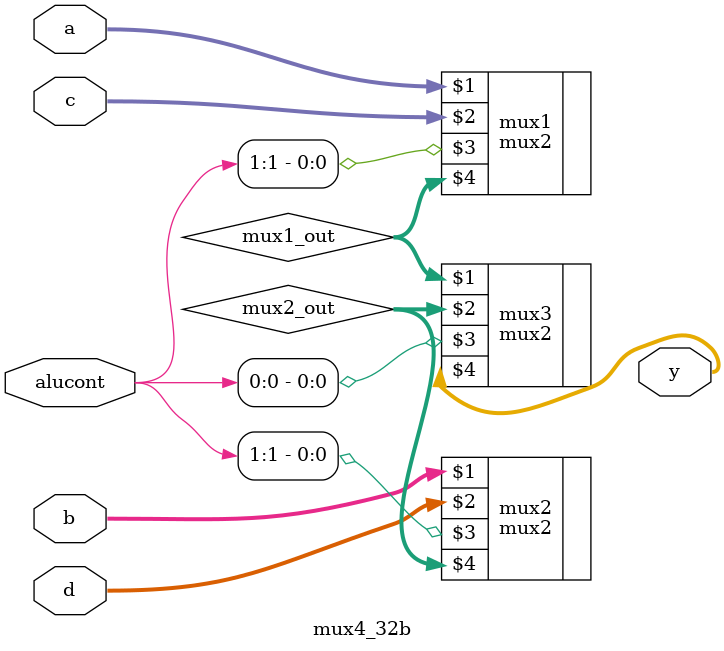
<source format=sv>
`timescale 1ns / 1ps

module mux4_32b(input logic [31:0] a,b,c,d,
                input logic [1:0] alucont,
                output logic [31:0] y);
         
         wire [31:0] mux1_out;
         wire [31:0] mux2_out;
         
         mux2 #(32) mux1 (a,c,alucont[1],mux1_out);       
         mux2 #(32) mux2 (b,d,alucont[1],mux2_out);      
         mux2 #(32) mux3 (mux1_out,mux2_out,alucont[0],y);
               
endmodule         



</source>
